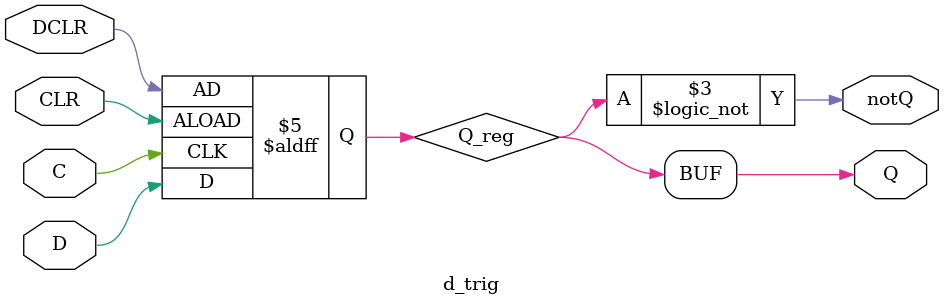
<source format=v>

module d_trig(
    D, DCLR, C, CLR,    // in
    Q, notQ             // out
    );

    // Parameters
    parameter CLEAR_VAL   = 1;

    // Ports
    input wire D, DCLR, C, CLR;
    output wire Q, notQ;

    // Variables
    reg Q_reg = 0;

    // Behavioral

    always @(posedge C or posedge CLR) begin
        if(CLR == CLEAR_VAL)
            Q_reg <= DCLR;
        else
            Q_reg <= D;
    end

    assign Q    = Q_reg;
    assign notQ = !Q_reg;

endmodule
</source>
